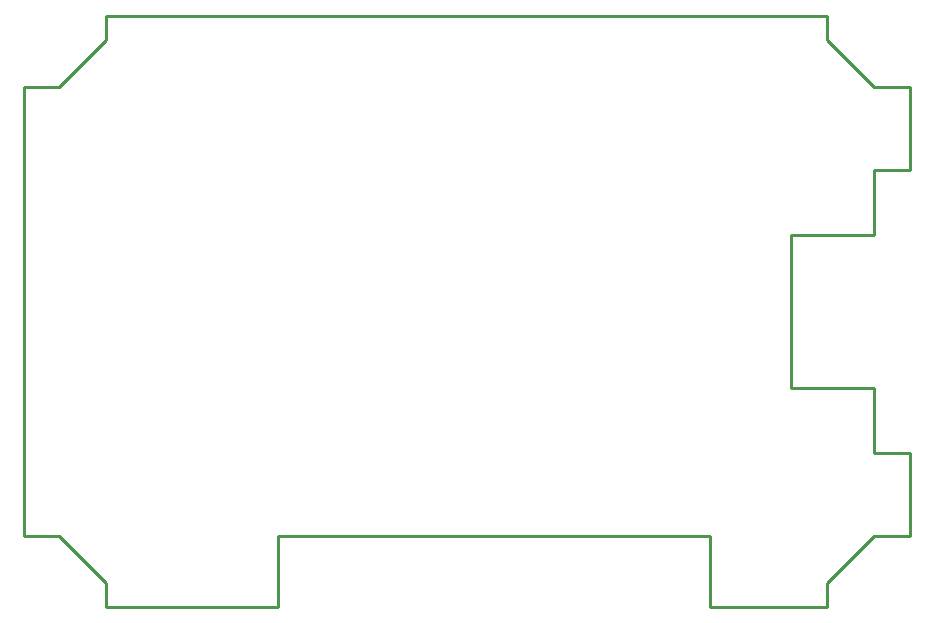
<source format=gm1>
G04 #@! TF.GenerationSoftware,KiCad,Pcbnew,(5.0.0-rc2-dev-70-g2da7199a3)*
G04 #@! TF.CreationDate,2018-03-19T21:57:52-04:00*
G04 #@! TF.ProjectId,analog,616E616C6F672E6B696361645F706362,rev?*
G04 #@! TF.SameCoordinates,Original*
G04 #@! TF.FileFunction,Profile,NP*
%FSLAX46Y46*%
G04 Gerber Fmt 4.6, Leading zero omitted, Abs format (unit mm)*
G04 Created by KiCad (PCBNEW (5.0.0-rc2-dev-70-g2da7199a3)) date 03/19/18 21:57:52*
%MOMM*%
%LPD*%
G01*
G04 APERTURE LIST*
%ADD10C,0.250000*%
%ADD11C,0.254000*%
G04 APERTURE END LIST*
D10*
X21500000Y-50000000D02*
X7000000Y-50000000D01*
X58100000Y-50000000D02*
X68000000Y-50000000D01*
X58100000Y-44000000D02*
X58100000Y-50000000D01*
X21500000Y-44000000D02*
X58100000Y-44000000D01*
X21500000Y-50000000D02*
X21500000Y-44000000D01*
X68000000Y-2000000D02*
X72000000Y-6000000D01*
X75000000Y-6000000D02*
X72000000Y-6000000D01*
X68000000Y0D02*
X68000000Y-2000000D01*
X68000000Y-48000000D02*
X72000000Y-44000000D01*
X68000000Y-50000000D02*
X68000000Y-48000000D01*
X75000000Y-44000000D02*
X72000000Y-44000000D01*
X3000000Y-44000000D02*
X7000000Y-48000000D01*
X7000000Y-2000000D02*
X3000000Y-6000000D01*
X72000000Y-31500000D02*
X72000000Y-37000000D01*
X72000000Y-13000000D02*
X72000000Y-18500000D01*
X75000000Y-44000000D02*
X75000000Y-37000000D01*
X75000000Y-6000000D02*
X75000000Y-13000000D01*
X65000000Y-31500000D02*
X72000000Y-31500000D01*
X65000000Y-18500000D02*
X65000000Y-31500000D01*
X72000000Y-18500000D02*
X65000000Y-18500000D01*
X72000000Y-37000000D02*
X75000000Y-37000000D01*
X75000000Y-13000000D02*
X72000000Y-13000000D01*
D11*
X0Y-6000000D02*
X3000000Y-6000000D01*
X7000000Y-2000000D02*
X7000000Y0D01*
X7000000Y-48000000D02*
X7000000Y-50000000D01*
X0Y-44000000D02*
X3000000Y-44000000D01*
X0Y-6000000D02*
X0Y-44000000D01*
X68000000Y0D02*
X7000000Y0D01*
M02*

</source>
